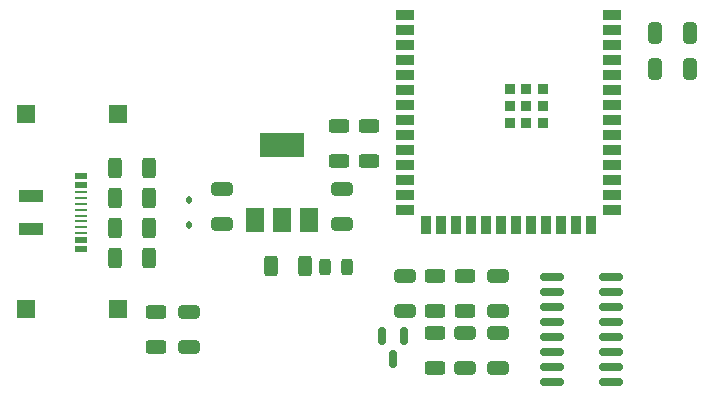
<source format=gbr>
%TF.GenerationSoftware,KiCad,Pcbnew,7.0.9-7.0.9~ubuntu22.04.1*%
%TF.CreationDate,2023-12-10T21:51:41+01:00*%
%TF.ProjectId,cat_scale,6361745f-7363-4616-9c65-2e6b69636164,rev?*%
%TF.SameCoordinates,Original*%
%TF.FileFunction,Paste,Bot*%
%TF.FilePolarity,Positive*%
%FSLAX46Y46*%
G04 Gerber Fmt 4.6, Leading zero omitted, Abs format (unit mm)*
G04 Created by KiCad (PCBNEW 7.0.9-7.0.9~ubuntu22.04.1) date 2023-12-10 21:51:41*
%MOMM*%
%LPD*%
G01*
G04 APERTURE LIST*
G04 Aperture macros list*
%AMRoundRect*
0 Rectangle with rounded corners*
0 $1 Rounding radius*
0 $2 $3 $4 $5 $6 $7 $8 $9 X,Y pos of 4 corners*
0 Add a 4 corners polygon primitive as box body*
4,1,4,$2,$3,$4,$5,$6,$7,$8,$9,$2,$3,0*
0 Add four circle primitives for the rounded corners*
1,1,$1+$1,$2,$3*
1,1,$1+$1,$4,$5*
1,1,$1+$1,$6,$7*
1,1,$1+$1,$8,$9*
0 Add four rect primitives between the rounded corners*
20,1,$1+$1,$2,$3,$4,$5,0*
20,1,$1+$1,$4,$5,$6,$7,0*
20,1,$1+$1,$6,$7,$8,$9,0*
20,1,$1+$1,$8,$9,$2,$3,0*%
G04 Aperture macros list end*
%ADD10RoundRect,0.250000X-0.312500X-0.625000X0.312500X-0.625000X0.312500X0.625000X-0.312500X0.625000X0*%
%ADD11R,1.500000X0.900000*%
%ADD12R,0.900000X1.500000*%
%ADD13R,0.900000X0.900000*%
%ADD14RoundRect,0.150000X-0.850000X-0.150000X0.850000X-0.150000X0.850000X0.150000X-0.850000X0.150000X0*%
%ADD15RoundRect,0.250000X-0.625000X0.312500X-0.625000X-0.312500X0.625000X-0.312500X0.625000X0.312500X0*%
%ADD16RoundRect,0.250000X-0.650000X0.325000X-0.650000X-0.325000X0.650000X-0.325000X0.650000X0.325000X0*%
%ADD17RoundRect,0.250000X0.650000X-0.325000X0.650000X0.325000X-0.650000X0.325000X-0.650000X-0.325000X0*%
%ADD18R,1.500000X1.500000*%
%ADD19RoundRect,0.250000X0.625000X-0.312500X0.625000X0.312500X-0.625000X0.312500X-0.625000X-0.312500X0*%
%ADD20RoundRect,0.250000X0.312500X0.625000X-0.312500X0.625000X-0.312500X-0.625000X0.312500X-0.625000X0*%
%ADD21RoundRect,0.112500X0.112500X-0.187500X0.112500X0.187500X-0.112500X0.187500X-0.112500X-0.187500X0*%
%ADD22R,1.500000X2.000000*%
%ADD23R,3.800000X2.000000*%
%ADD24RoundRect,0.150000X-0.150000X0.587500X-0.150000X-0.587500X0.150000X-0.587500X0.150000X0.587500X0*%
%ADD25R,2.000000X1.000000*%
%ADD26R,1.000000X0.520000*%
%ADD27R,1.000000X0.270000*%
%ADD28RoundRect,0.250000X0.325000X0.650000X-0.325000X0.650000X-0.325000X-0.650000X0.325000X-0.650000X0*%
%ADD29RoundRect,0.243750X0.243750X0.456250X-0.243750X0.456250X-0.243750X-0.456250X0.243750X-0.456250X0*%
G04 APERTURE END LIST*
D10*
%TO.C,R3*%
X131887500Y-98044000D03*
X134812500Y-98044000D03*
%TD*%
D11*
%TO.C,U1*%
X173998000Y-77494000D03*
X173998000Y-78764000D03*
X173998000Y-80034000D03*
X173998000Y-81304000D03*
X173998000Y-82574000D03*
X173998000Y-83844000D03*
X173998000Y-85114000D03*
X173998000Y-86384000D03*
X173998000Y-87654000D03*
X173998000Y-88924000D03*
X173998000Y-90194000D03*
X173998000Y-91464000D03*
X173998000Y-92734000D03*
X173998000Y-94004000D03*
D12*
X172233000Y-95254000D03*
X170963000Y-95254000D03*
X169693000Y-95254000D03*
X168423000Y-95254000D03*
X167153000Y-95254000D03*
X165883000Y-95254000D03*
X164613000Y-95254000D03*
X163343000Y-95254000D03*
X162073000Y-95254000D03*
X160803000Y-95254000D03*
X159533000Y-95254000D03*
X158263000Y-95254000D03*
D11*
X156498000Y-94004000D03*
X156498000Y-92734000D03*
X156498000Y-91464000D03*
X156498000Y-90194000D03*
X156498000Y-88924000D03*
X156498000Y-87654000D03*
X156498000Y-86384000D03*
X156498000Y-85114000D03*
X156498000Y-83844000D03*
X156498000Y-82574000D03*
X156498000Y-81304000D03*
X156498000Y-80034000D03*
X156498000Y-78764000D03*
X156498000Y-77494000D03*
D13*
X168148000Y-83814000D03*
X166748000Y-83814000D03*
X165348000Y-83814000D03*
X168148000Y-85214000D03*
X166748000Y-85214000D03*
X165348000Y-85214000D03*
X168148000Y-86614000D03*
X166748000Y-86614000D03*
X165348000Y-86614000D03*
%TD*%
D14*
%TO.C,U3*%
X168950000Y-108585000D03*
X168950000Y-107315000D03*
X168950000Y-106045000D03*
X168950000Y-104775000D03*
X168950000Y-103505000D03*
X168950000Y-102235000D03*
X168950000Y-100965000D03*
X168950000Y-99695000D03*
X173950000Y-99695000D03*
X173950000Y-100965000D03*
X173950000Y-102235000D03*
X173950000Y-103505000D03*
X173950000Y-104775000D03*
X173950000Y-106045000D03*
X173950000Y-107315000D03*
X173950000Y-108585000D03*
%TD*%
D15*
%TO.C,R9*%
X161544000Y-99629500D03*
X161544000Y-102554500D03*
%TD*%
D16*
%TO.C,C9*%
X164338000Y-104443000D03*
X164338000Y-107393000D03*
%TD*%
D15*
%TO.C,R11*%
X150876000Y-86929500D03*
X150876000Y-89854500D03*
%TD*%
D17*
%TO.C,C8*%
X156464000Y-102567000D03*
X156464000Y-99617000D03*
%TD*%
D15*
%TO.C,R1*%
X135382000Y-102677500D03*
X135382000Y-105602500D03*
%TD*%
D16*
%TO.C,C5*%
X140970000Y-92251000D03*
X140970000Y-95201000D03*
%TD*%
D17*
%TO.C,C10*%
X164338000Y-102567000D03*
X164338000Y-99617000D03*
%TD*%
D18*
%TO.C,SW2*%
X124370000Y-85852000D03*
X132170000Y-85852000D03*
%TD*%
D16*
%TO.C,C7*%
X161544000Y-104443000D03*
X161544000Y-107393000D03*
%TD*%
D10*
%TO.C,R6*%
X131887500Y-92964000D03*
X134812500Y-92964000D03*
%TD*%
%TO.C,R5*%
X131887500Y-95504000D03*
X134812500Y-95504000D03*
%TD*%
%TO.C,R2*%
X131887500Y-90424000D03*
X134812500Y-90424000D03*
%TD*%
D19*
%TO.C,R8*%
X159004000Y-107380500D03*
X159004000Y-104455500D03*
%TD*%
D18*
%TO.C,SW1*%
X124370000Y-102362000D03*
X132170000Y-102362000D03*
%TD*%
D17*
%TO.C,C2*%
X138176000Y-105615000D03*
X138176000Y-102665000D03*
%TD*%
D20*
%TO.C,R4*%
X148008500Y-98719000D03*
X145083500Y-98719000D03*
%TD*%
D15*
%TO.C,R12*%
X153416000Y-86929500D03*
X153416000Y-89854500D03*
%TD*%
D21*
%TO.C,D2*%
X138176000Y-95284000D03*
X138176000Y-93184000D03*
%TD*%
D15*
%TO.C,R7*%
X159004000Y-99629500D03*
X159004000Y-102554500D03*
%TD*%
D22*
%TO.C,U2*%
X148350000Y-94844000D03*
X146050000Y-94844000D03*
D23*
X146050000Y-88544000D03*
D22*
X143750000Y-94844000D03*
%TD*%
D24*
%TO.C,Q2*%
X154498000Y-104726500D03*
X156398000Y-104726500D03*
X155448000Y-106601500D03*
%TD*%
D25*
%TO.C,J1*%
X124834000Y-95634000D03*
X124834000Y-92834000D03*
D26*
X129034000Y-97334000D03*
X129034000Y-96584000D03*
D27*
X129034000Y-95984000D03*
X129034000Y-94484000D03*
X129034000Y-93484000D03*
X129034000Y-92484000D03*
D26*
X129034000Y-91884000D03*
X129034000Y-91134000D03*
X129034000Y-91134000D03*
X129034000Y-91884000D03*
D27*
X129034000Y-92984000D03*
X129034000Y-93984000D03*
X129034000Y-94984000D03*
X129034000Y-95484000D03*
D26*
X129034000Y-96584000D03*
X129034000Y-97334000D03*
%TD*%
D28*
%TO.C,C4*%
X180594000Y-78994000D03*
X177644000Y-78994000D03*
%TD*%
%TO.C,C3*%
X180594000Y-82042000D03*
X177644000Y-82042000D03*
%TD*%
D29*
%TO.C,D1*%
X151559500Y-98806000D03*
X149684500Y-98806000D03*
%TD*%
D17*
%TO.C,C6*%
X151130000Y-95201000D03*
X151130000Y-92251000D03*
%TD*%
M02*

</source>
